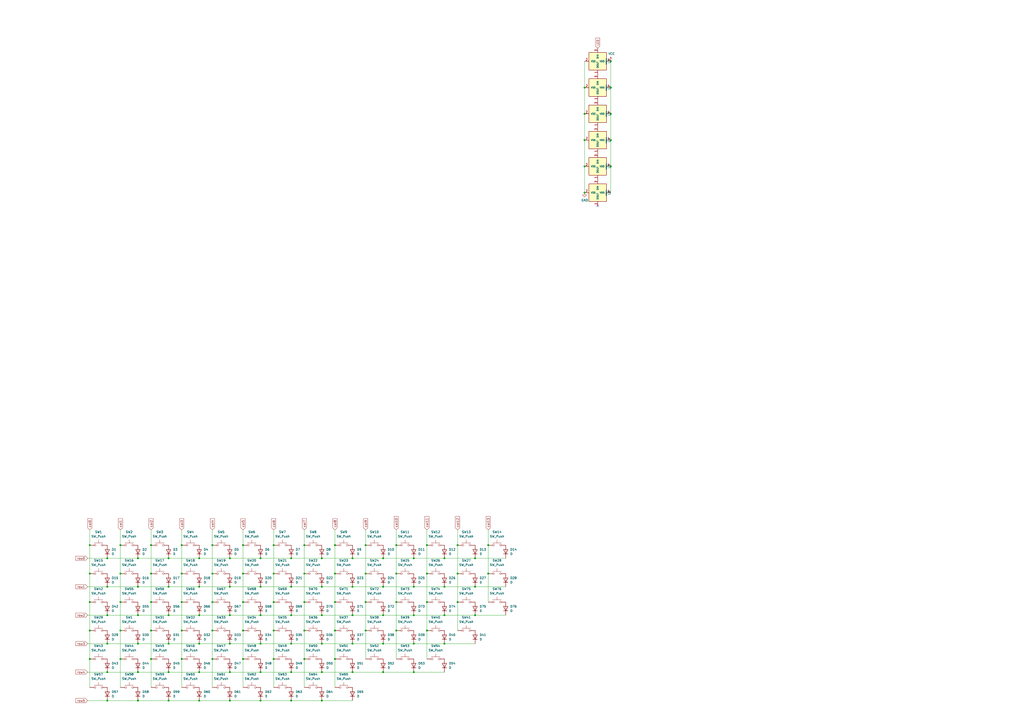
<source format=kicad_sch>
(kicad_sch (version 20250114) (generator "eeschema") (generator_version "9.0")
  (paper "A2")
  (junction (at 151.13 323.85))
  (junction (at 247.65 365.76))
  (junction (at 52.07 382.27))
  (junction (at 186.69 323.85))
  (junction (at 186.69 389.89))
  (junction (at 62.23 340.36))
  (junction (at 354.33 96.52))
  (junction (at 151.13 389.89))
  (junction (at 62.23 323.85))
  (junction (at 123.19 382.27))
  (junction (at 229.87 349.25))
  (junction (at 240.03 389.89))
  (junction (at 176.53 365.76))
  (junction (at 265.43 349.25))
  (junction (at 105.41 332.74))
  (junction (at 257.81 373.38))
  (junction (at 168.91 373.38))
  (junction (at 194.31 316.23))
  (junction (at 52.07 349.25))
  (junction (at 62.23 406.4))
  (junction (at 151.13 356.87))
  (junction (at 87.63 382.27))
  (junction (at 194.31 349.25))
  (junction (at 69.85 382.27))
  (junction (at 115.57 323.85))
  (junction (at 87.63 365.76))
  (junction (at 283.21 332.74))
  (junction (at 140.97 332.74))
  (junction (at 80.01 340.36))
  (junction (at 186.69 373.38))
  (junction (at 186.69 340.36))
  (junction (at 176.53 382.27))
  (junction (at 97.79 389.89))
  (junction (at 168.91 356.87))
  (junction (at 133.35 356.87))
  (junction (at 158.75 382.27))
  (junction (at 123.19 349.25))
  (junction (at 123.19 332.74))
  (junction (at 97.79 356.87))
  (junction (at 123.19 365.76))
  (junction (at 176.53 332.74))
  (junction (at 354.33 35.56))
  (junction (at 339.09 96.52))
  (junction (at 247.65 349.25))
  (junction (at 212.09 332.74))
  (junction (at 257.81 323.85))
  (junction (at 80.01 389.89))
  (junction (at 87.63 349.25))
  (junction (at 354.33 81.28))
  (junction (at 339.09 50.8))
  (junction (at 212.09 365.76))
  (junction (at 151.13 340.36))
  (junction (at 257.81 340.36))
  (junction (at 115.57 406.4))
  (junction (at 339.09 111.76))
  (junction (at 62.23 356.87))
  (junction (at 265.43 316.23))
  (junction (at 212.09 316.23))
  (junction (at 62.23 389.89))
  (junction (at 133.35 389.89))
  (junction (at 257.81 356.87))
  (junction (at 168.91 389.89))
  (junction (at 69.85 332.74))
  (junction (at 168.91 323.85))
  (junction (at 97.79 373.38))
  (junction (at 87.63 316.23))
  (junction (at 133.35 373.38))
  (junction (at 69.85 349.25))
  (junction (at 265.43 332.74))
  (junction (at 176.53 316.23))
  (junction (at 140.97 382.27))
  (junction (at 229.87 365.76))
  (junction (at 123.19 316.23))
  (junction (at 105.41 365.76))
  (junction (at 186.69 356.87))
  (junction (at 204.47 373.38))
  (junction (at 247.65 332.74))
  (junction (at 222.25 389.89))
  (junction (at 168.91 340.36))
  (junction (at 69.85 316.23))
  (junction (at 133.35 340.36))
  (junction (at 52.07 332.74))
  (junction (at 240.03 340.36))
  (junction (at 62.23 373.38))
  (junction (at 52.07 365.76))
  (junction (at 133.35 406.4))
  (junction (at 80.01 373.38))
  (junction (at 97.79 406.4))
  (junction (at 222.25 356.87))
  (junction (at 80.01 356.87))
  (junction (at 158.75 316.23))
  (junction (at 105.41 382.27))
  (junction (at 194.31 382.27))
  (junction (at 158.75 349.25))
  (junction (at 80.01 406.4))
  (junction (at 105.41 316.23))
  (junction (at 354.33 50.8))
  (junction (at 240.03 323.85))
  (junction (at 115.57 356.87))
  (junction (at 115.57 373.38))
  (junction (at 339.09 66.04))
  (junction (at 339.09 81.28))
  (junction (at 158.75 365.76))
  (junction (at 229.87 332.74))
  (junction (at 222.25 373.38))
  (junction (at 204.47 340.36))
  (junction (at 69.85 365.76))
  (junction (at 240.03 373.38))
  (junction (at 229.87 316.23))
  (junction (at 222.25 340.36))
  (junction (at 140.97 316.23))
  (junction (at 80.01 323.85))
  (junction (at 275.59 340.36))
  (junction (at 158.75 332.74))
  (junction (at 283.21 316.23))
  (junction (at 204.47 323.85))
  (junction (at 97.79 323.85))
  (junction (at 204.47 389.89))
  (junction (at 52.07 316.23))
  (junction (at 140.97 365.76))
  (junction (at 151.13 373.38))
  (junction (at 176.53 349.25))
  (junction (at 133.35 323.85))
  (junction (at 222.25 323.85))
  (junction (at 140.97 349.25))
  (junction (at 354.33 66.04))
  (junction (at 87.63 332.74))
  (junction (at 168.91 406.4))
  (junction (at 240.03 356.87))
  (junction (at 151.13 406.4))
  (junction (at 204.47 356.87))
  (junction (at 186.69 406.4))
  (junction (at 247.65 316.23))
  (junction (at 194.31 365.76))
  (junction (at 115.57 340.36))
  (junction (at 212.09 349.25))
  (junction (at 97.79 340.36))
  (junction (at 115.57 389.89))
  (junction (at 275.59 356.87))
  (junction (at 194.31 332.74))
  (junction (at 275.59 323.85))
  (junction (at 105.41 349.25))
  (no_connect (at 346.71 119.38))
  (wire (pts (xy 115.57 373.38) (xy 133.35 373.38)))
  (wire (pts (xy 240.03 323.85) (xy 257.81 323.85)))
  (wire (pts (xy 283.21 316.23) (xy 283.21 332.74)))
  (wire (pts (xy 105.41 349.25) (xy 105.41 365.76)))
  (wire (pts (xy 80.01 389.89) (xy 97.79 389.89)))
  (wire (pts (xy 133.35 356.87) (xy 151.13 356.87)))
  (wire (pts (xy 69.85 332.74) (xy 69.85 349.25)))
  (wire (pts (xy 194.31 382.27) (xy 194.31 398.78)))
  (wire (pts (xy 247.65 332.74) (xy 247.65 349.25)))
  (wire (pts (xy 97.79 373.38) (xy 115.57 373.38)))
  (wire (pts (xy 194.31 332.74) (xy 194.31 349.25)))
  (wire (pts (xy 339.09 81.28) (xy 339.09 96.52)))
  (wire (pts (xy 194.31 307.34) (xy 194.31 316.23)))
  (wire (pts (xy 222.25 356.87) (xy 240.03 356.87)))
  (wire (pts (xy 69.85 349.25) (xy 69.85 365.76)))
  (wire (pts (xy 52.07 365.76) (xy 52.07 382.27)))
  (wire (pts (xy 247.65 307.34) (xy 247.65 316.23)))
  (wire (pts (xy 229.87 332.74) (xy 229.87 349.25)))
  (wire (pts (xy 123.19 316.23) (xy 123.19 332.74)))
  (wire (pts (xy 50.8 340.36) (xy 62.23 340.36)))
  (wire (pts (xy 247.65 349.25) (xy 247.65 365.76)))
  (wire (pts (xy 115.57 340.36) (xy 133.35 340.36)))
  (wire (pts (xy 240.03 340.36) (xy 257.81 340.36)))
  (wire (pts (xy 97.79 340.36) (xy 115.57 340.36)))
  (wire (pts (xy 229.87 307.34) (xy 229.87 316.23)))
  (wire (pts (xy 186.69 340.36) (xy 204.47 340.36)))
  (wire (pts (xy 283.21 332.74) (xy 283.21 349.25)))
  (wire (pts (xy 222.25 389.89) (xy 240.03 389.89)))
  (wire (pts (xy 354.33 66.04) (xy 354.33 81.28)))
  (wire (pts (xy 265.43 332.74) (xy 265.43 349.25)))
  (wire (pts (xy 140.97 307.34) (xy 140.97 316.23)))
  (wire (pts (xy 194.31 316.23) (xy 194.31 332.74)))
  (wire (pts (xy 257.81 340.36) (xy 275.59 340.36)))
  (wire (pts (xy 222.25 373.38) (xy 240.03 373.38)))
  (wire (pts (xy 151.13 340.36) (xy 168.91 340.36)))
  (wire (pts (xy 97.79 356.87) (xy 115.57 356.87)))
  (wire (pts (xy 212.09 365.76) (xy 212.09 382.27)))
  (wire (pts (xy 354.33 50.8) (xy 354.33 66.04)))
  (wire (pts (xy 247.65 316.23) (xy 247.65 332.74)))
  (wire (pts (xy 87.63 349.25) (xy 87.63 365.76)))
  (wire (pts (xy 69.85 382.27) (xy 69.85 398.78)))
  (wire (pts (xy 105.41 332.74) (xy 105.41 349.25)))
  (wire (pts (xy 140.97 316.23) (xy 140.97 332.74)))
  (wire (pts (xy 115.57 356.87) (xy 133.35 356.87)))
  (wire (pts (xy 222.25 323.85) (xy 240.03 323.85)))
  (wire (pts (xy 257.81 323.85) (xy 275.59 323.85)))
  (wire (pts (xy 257.81 356.87) (xy 275.59 356.87)))
  (wire (pts (xy 62.23 323.85) (xy 80.01 323.85)))
  (wire (pts (xy 52.07 307.34) (xy 52.07 316.23)))
  (wire (pts (xy 168.91 389.89) (xy 186.69 389.89)))
  (wire (pts (xy 176.53 365.76) (xy 176.53 382.27)))
  (wire (pts (xy 62.23 323.85) (xy 50.8 323.85)))
  (wire (pts (xy 176.53 316.23) (xy 176.53 332.74)))
  (wire (pts (xy 69.85 307.34) (xy 69.85 316.23)))
  (wire (pts (xy 123.19 349.25) (xy 123.19 365.76)))
  (wire (pts (xy 80.01 356.87) (xy 97.79 356.87)))
  (wire (pts (xy 52.07 349.25) (xy 52.07 365.76)))
  (wire (pts (xy 194.31 365.76) (xy 194.31 382.27)))
  (wire (pts (xy 97.79 389.89) (xy 115.57 389.89)))
  (wire (pts (xy 105.41 365.76) (xy 105.41 382.27)))
  (wire (pts (xy 168.91 340.36) (xy 186.69 340.36)))
  (wire (pts (xy 80.01 323.85) (xy 97.79 323.85)))
  (wire (pts (xy 151.13 389.89) (xy 168.91 389.89)))
  (wire (pts (xy 229.87 349.25) (xy 229.87 365.76)))
  (wire (pts (xy 133.35 340.36) (xy 151.13 340.36)))
  (wire (pts (xy 140.97 332.74) (xy 140.97 349.25)))
  (wire (pts (xy 62.23 389.89) (xy 80.01 389.89)))
  (wire (pts (xy 354.33 96.52) (xy 354.33 111.76)))
  (wire (pts (xy 354.33 81.28) (xy 354.33 96.52)))
  (wire (pts (xy 97.79 323.85) (xy 115.57 323.85)))
  (wire (pts (xy 265.43 349.25) (xy 265.43 365.76)))
  (wire (pts (xy 50.8 389.89) (xy 62.23 389.89)))
  (wire (pts (xy 50.8 406.4) (xy 62.23 406.4)))
  (wire (pts (xy 105.41 307.34) (xy 105.41 316.23)))
  (wire (pts (xy 186.69 406.4) (xy 204.47 406.4)))
  (wire (pts (xy 133.35 406.4) (xy 151.13 406.4)))
  (wire (pts (xy 275.59 340.36) (xy 293.37 340.36)))
  (wire (pts (xy 52.07 316.23) (xy 52.07 332.74)))
  (wire (pts (xy 186.69 389.89) (xy 204.47 389.89)))
  (wire (pts (xy 176.53 307.34) (xy 176.53 316.23)))
  (wire (pts (xy 62.23 356.87) (xy 80.01 356.87)))
  (wire (pts (xy 339.09 50.8) (xy 339.09 66.04)))
  (wire (pts (xy 158.75 332.74) (xy 158.75 349.25)))
  (wire (pts (xy 69.85 316.23) (xy 69.85 332.74)))
  (wire (pts (xy 80.01 406.4) (xy 97.79 406.4)))
  (wire (pts (xy 115.57 406.4) (xy 133.35 406.4)))
  (wire (pts (xy 140.97 382.27) (xy 140.97 398.78)))
  (wire (pts (xy 50.8 373.38) (xy 62.23 373.38)))
  (wire (pts (xy 265.43 307.34) (xy 265.43 316.23)))
  (wire (pts (xy 240.03 389.89) (xy 257.81 389.89)))
  (wire (pts (xy 87.63 332.74) (xy 87.63 349.25)))
  (wire (pts (xy 140.97 365.76) (xy 140.97 382.27)))
  (wire (pts (xy 158.75 307.34) (xy 158.75 316.23)))
  (wire (pts (xy 176.53 332.74) (xy 176.53 349.25)))
  (wire (pts (xy 123.19 307.34) (xy 123.19 316.23)))
  (wire (pts (xy 80.01 373.38) (xy 97.79 373.38)))
  (wire (pts (xy 87.63 307.34) (xy 87.63 316.23)))
  (wire (pts (xy 52.07 382.27) (xy 52.07 398.78)))
  (wire (pts (xy 204.47 356.87) (xy 222.25 356.87)))
  (wire (pts (xy 151.13 406.4) (xy 168.91 406.4)))
  (wire (pts (xy 339.09 96.52) (xy 339.09 111.76)))
  (wire (pts (xy 62.23 406.4) (xy 80.01 406.4)))
  (wire (pts (xy 339.09 66.04) (xy 339.09 81.28)))
  (wire (pts (xy 123.19 365.76) (xy 123.19 382.27)))
  (wire (pts (xy 115.57 389.89) (xy 133.35 389.89)))
  (wire (pts (xy 87.63 365.76) (xy 87.63 382.27)))
  (wire (pts (xy 265.43 316.23) (xy 265.43 332.74)))
  (wire (pts (xy 87.63 316.23) (xy 87.63 332.74)))
  (wire (pts (xy 133.35 323.85) (xy 151.13 323.85)))
  (wire (pts (xy 168.91 373.38) (xy 186.69 373.38)))
  (wire (pts (xy 204.47 389.89) (xy 222.25 389.89)))
  (wire (pts (xy 275.59 323.85) (xy 293.37 323.85)))
  (wire (pts (xy 105.41 382.27) (xy 105.41 398.78)))
  (wire (pts (xy 158.75 382.27) (xy 158.75 398.78)))
  (wire (pts (xy 204.47 373.38) (xy 222.25 373.38)))
  (wire (pts (xy 105.41 316.23) (xy 105.41 332.74)))
  (wire (pts (xy 158.75 365.76) (xy 158.75 382.27)))
  (wire (pts (xy 69.85 365.76) (xy 69.85 382.27)))
  (wire (pts (xy 133.35 373.38) (xy 151.13 373.38)))
  (wire (pts (xy 158.75 316.23) (xy 158.75 332.74)))
  (wire (pts (xy 186.69 356.87) (xy 204.47 356.87)))
  (wire (pts (xy 212.09 316.23) (xy 212.09 332.74)))
  (wire (pts (xy 229.87 365.76) (xy 229.87 382.27)))
  (wire (pts (xy 194.31 349.25) (xy 194.31 365.76)))
  (wire (pts (xy 212.09 349.25) (xy 212.09 365.76)))
  (wire (pts (xy 257.81 373.38) (xy 275.59 373.38)))
  (wire (pts (xy 168.91 356.87) (xy 186.69 356.87)))
  (wire (pts (xy 123.19 332.74) (xy 123.19 349.25)))
  (wire (pts (xy 115.57 323.85) (xy 133.35 323.85)))
  (wire (pts (xy 168.91 323.85) (xy 186.69 323.85)))
  (wire (pts (xy 222.25 340.36) (xy 240.03 340.36)))
  (wire (pts (xy 62.23 340.36) (xy 80.01 340.36)))
  (wire (pts (xy 133.35 389.89) (xy 151.13 389.89)))
  (wire (pts (xy 97.79 406.4) (xy 115.57 406.4)))
  (wire (pts (xy 275.59 356.87) (xy 293.37 356.87)))
  (wire (pts (xy 240.03 356.87) (xy 257.81 356.87)))
  (wire (pts (xy 212.09 332.74) (xy 212.09 349.25)))
  (wire (pts (xy 123.19 382.27) (xy 123.19 398.78)))
  (wire (pts (xy 52.07 332.74) (xy 52.07 349.25)))
  (wire (pts (xy 62.23 373.38) (xy 80.01 373.38)))
  (wire (pts (xy 176.53 382.27) (xy 176.53 398.78)))
  (wire (pts (xy 151.13 323.85) (xy 168.91 323.85)))
  (wire (pts (xy 354.33 35.56) (xy 354.33 50.8)))
  (wire (pts (xy 204.47 340.36) (xy 222.25 340.36)))
  (wire (pts (xy 80.01 340.36) (xy 97.79 340.36)))
  (wire (pts (xy 50.8 356.87) (xy 62.23 356.87)))
  (wire (pts (xy 186.69 323.85) (xy 204.47 323.85)))
  (wire (pts (xy 176.53 349.25) (xy 176.53 365.76)))
  (wire (pts (xy 229.87 316.23) (xy 229.87 332.74)))
  (wire (pts (xy 212.09 307.34) (xy 212.09 316.23)))
  (wire (pts (xy 87.63 382.27) (xy 87.63 398.78)))
  (wire (pts (xy 168.91 406.4) (xy 186.69 406.4)))
  (wire (pts (xy 339.09 35.56) (xy 339.09 50.8)))
  (wire (pts (xy 151.13 356.87) (xy 168.91 356.87)))
  (wire (pts (xy 204.47 323.85) (xy 222.25 323.85)))
  (wire (pts (xy 158.75 349.25) (xy 158.75 365.76)))
  (wire (pts (xy 240.03 373.38) (xy 257.81 373.38)))
  (wire (pts (xy 283.21 307.34) (xy 283.21 316.23)))
  (wire (pts (xy 247.65 365.76) (xy 247.65 382.27)))
  (wire (pts (xy 186.69 373.38) (xy 204.47 373.38)))
  (wire (pts (xy 151.13 373.38) (xy 168.91 373.38)))
  (wire (pts (xy 140.97 349.25) (xy 140.97 365.76)))
  (global_label "col2" (shape input) (at 87.63 307.34 90) (property "Intersheetrefs" "${INTERSHEET_REFS}" (effects (hide yes))))
  (global_label "col11" (shape input) (at 247.65 307.34 90) (property "Intersheetrefs" "${INTERSHEET_REFS}" (effects (hide yes))))
  (global_label "row3" (shape input) (at 50.8 373.38 180) (property "Intersheetrefs" "${INTERSHEET_REFS}" (effects (hide yes))))
  (global_label "col0" (shape input) (at 52.07 307.34 90) (property "Intersheetrefs" "${INTERSHEET_REFS}" (effects (hide yes))))
  (global_label "col3" (shape input) (at 105.41 307.34 90) (property "Intersheetrefs" "${INTERSHEET_REFS}" (effects (hide yes))))
  (global_label "col1" (shape input) (at 69.85 307.34 90) (property "Intersheetrefs" "${INTERSHEET_REFS}" (effects (hide yes))))
  (global_label "col13" (shape input) (at 283.21 307.34 90) (property "Intersheetrefs" "${INTERSHEET_REFS}" (effects (hide yes))))
  (global_label "col5" (shape input) (at 140.97 307.34 90) (property "Intersheetrefs" "${INTERSHEET_REFS}" (effects (hide yes))))
  (global_label "col10" (shape input) (at 229.87 307.34 90) (property "Intersheetrefs" "${INTERSHEET_REFS}" (effects (hide yes))))
  (global_label "col8" (shape input) (at 194.31 307.34 90) (property "Intersheetrefs" "${INTERSHEET_REFS}" (effects (hide yes))))
  (global_label "col7" (shape input) (at 176.53 307.34 90) (property "Intersheetrefs" "${INTERSHEET_REFS}" (effects (hide yes))))
  (global_label "col9" (shape input) (at 212.09 307.34 90) (property "Intersheetrefs" "${INTERSHEET_REFS}" (effects (hide yes))))
  (global_label "row5" (shape input) (at 50.8 406.4 180) (property "Intersheetrefs" "${INTERSHEET_REFS}" (effects (hide yes))))
  (global_label "row0" (shape input) (at 50.8 323.85 180) (property "Intersheetrefs" "${INTERSHEET_REFS}" (effects (hide yes))))
  (global_label "row2" (shape input) (at 50.8 356.87 180) (property "Intersheetrefs" "${INTERSHEET_REFS}" (effects (hide yes))))
  (global_label "row1" (shape input) (at 50.8 340.36 180) (property "Intersheetrefs" "${INTERSHEET_REFS}" (effects (hide yes))))
  (global_label "col4" (shape input) (at 123.19 307.34 90) (property "Intersheetrefs" "${INTERSHEET_REFS}" (effects (hide yes))))
  (global_label "col12" (shape input) (at 265.43 307.34 90) (property "Intersheetrefs" "${INTERSHEET_REFS}" (effects (hide yes))))
  (global_label "row4" (shape input) (at 50.8 389.89 180) (property "Intersheetrefs" "${INTERSHEET_REFS}" (effects (hide yes))))
  (global_label "LED" (shape input) (at 346.71 27.94 90) (property "Intersheetrefs" "${INTERSHEET_REFS}" (effects (hide yes))))
  (global_label "col6" (shape input) (at 158.75 307.34 90) (property "Intersheetrefs" "${INTERSHEET_REFS}" (effects (hide yes))))
  (symbol (lib_id "power:GND") (at 339.09 111.76 0) (unit 1)
    (property "Reference" "#PWR02" (effects (hide yes)))
    (property "Value" "GND" (at 339.217 116.1542 0))
  )
  (symbol (lib_id "power:VCC") (at 354.33 35.56 0) (unit 1)
    (property "Reference" "#PWR03" (effects (hide yes)))
    (property "Value" "VCC" (at 354.7618 31.1658 0))
  )
  (symbol (lib_id "Salicylic_kbd:LED_SK6812MINI-E") (at 346.71 35.56 270) (unit 1)
    (property "Reference" "L1" (at 353.3648 35.56 0) (effects (font (size 1.2954 1.2954))))
    (property "Value" "SK6812MINI" (at 351.7138 35.56 0) (effects (font (size 0.4064 0.4064))))
    (property "Footprint" "kbd_Parts:LED_SK6812MINI-E_BL" (effects (hide yes)))
  )
  (symbol (lib_id "Device:D") (at 257.81 369.57 90) (unit 1)
    (property "Reference" "D40" (at 260.35 368.2999 90) (effects (justify right)))
    (property "Value" "D" (at 260.35 370.8399 90) (effects (justify right)))
    (property "Description" "Diode" (effects (hide yes)))
    (property "Sim.Device" "D" (effects (hide yes)))
    (property "Sim.Pins" "1=K 2=A" (effects (hide yes)))
  )
  (symbol (lib_id "Switch:SW_Push") (at 181.61 365.76 0) (unit 1)
    (property "Reference" "SW36" (at 181.61 358.14 0))
    (property "Value" "SW_Push" (at 181.61 360.68 0))
    (property "Description" "Push button switch, generic, two pins" (effects (hide yes)))
  )
  (symbol (lib_id "Device:D") (at 204.47 320.04 90) (unit 1)
    (property "Reference" "D9" (at 207.01 318.7699 90) (effects (justify right)))
    (property "Value" "D" (at 207.01 321.3099 90) (effects (justify right)))
    (property "Description" "Diode" (effects (hide yes)))
    (property "Sim.Device" "D" (effects (hide yes)))
    (property "Sim.Pins" "1=K 2=A" (effects (hide yes)))
  )
  (symbol (lib_id "Switch:SW_Push") (at 252.73 332.74 0) (unit 1)
    (property "Reference" "SW26" (at 252.73 325.12 0))
    (property "Value" "SW_Push" (at 252.73 327.66 0))
    (property "Description" "Push button switch, generic, two pins" (effects (hide yes)))
  )
  (symbol (lib_id "Device:D") (at 240.03 320.04 90) (unit 1)
    (property "Reference" "D11" (at 242.57 318.7699 90) (effects (justify right)))
    (property "Value" "D" (at 242.57 321.3099 90) (effects (justify right)))
    (property "Description" "Diode" (effects (hide yes)))
    (property "Sim.Device" "D" (effects (hide yes)))
    (property "Sim.Pins" "1=K 2=A" (effects (hide yes)))
  )
  (symbol (lib_id "Device:D") (at 115.57 369.57 90) (unit 1)
    (property "Reference" "D32" (at 118.11 368.2999 90) (effects (justify right)))
    (property "Value" "D" (at 118.11 370.8399 90) (effects (justify right)))
    (property "Description" "Diode" (effects (hide yes)))
    (property "Sim.Device" "D" (effects (hide yes)))
    (property "Sim.Pins" "1=K 2=A" (effects (hide yes)))
  )
  (symbol (lib_id "Device:D") (at 222.25 320.04 90) (unit 1)
    (property "Reference" "D10" (at 224.79 318.7699 90) (effects (justify right)))
    (property "Value" "D" (at 224.79 321.3099 90) (effects (justify right)))
    (property "Description" "Diode" (effects (hide yes)))
    (property "Sim.Device" "D" (effects (hide yes)))
    (property "Sim.Pins" "1=K 2=A" (effects (hide yes)))
  )
  (symbol (lib_id "Switch:SW_Push") (at 234.95 349.25 0) (unit 1)
    (property "Reference" "SW73" (at 234.95 341.63 0))
    (property "Value" "SW_Push" (at 234.95 344.17 0))
    (property "Description" "Push button switch, generic, two pins" (effects (hide yes)))
  )
  (symbol (lib_id "Switch:SW_Push") (at 163.83 316.23 0) (unit 1)
    (property "Reference" "SW7" (at 163.83 308.61 0))
    (property "Value" "SW_Push" (at 163.83 311.15 0))
    (property "Description" "Push button switch, generic, two pins" (effects (hide yes)))
  )
  (symbol (lib_id "Switch:SW_Push") (at 181.61 349.25 0) (unit 1)
    (property "Reference" "SW70" (at 181.61 341.63 0))
    (property "Value" "SW_Push" (at 181.61 344.17 0))
    (property "Description" "Push button switch, generic, two pins" (effects (hide yes)))
  )
  (symbol (lib_id "Device:D") (at 168.91 402.59 90) (unit 1)
    (property "Reference" "D63" (at 171.45 401.3199 90) (effects (justify right)))
    (property "Value" "D" (at 171.45 403.8599 90) (effects (justify right)))
    (property "Description" "Diode" (effects (hide yes)))
    (property "Sim.Device" "D" (effects (hide yes)))
    (property "Sim.Pins" "1=K 2=A" (effects (hide yes)))
  )
  (symbol (lib_id "Device:D") (at 257.81 353.06 90) (unit 1)
    (property "Reference" "D74" (at 260.35 351.7899 90) (effects (justify right)))
    (property "Value" "D" (at 260.35 354.3299 90) (effects (justify right)))
    (property "Description" "Diode" (effects (hide yes)))
    (property "Sim.Device" "D" (effects (hide yes)))
    (property "Sim.Pins" "1=K 2=A" (effects (hide yes)))
  )
  (symbol (lib_id "Switch:SW_Push") (at 92.71 398.78 0) (unit 1)
    (property "Reference" "SW59" (at 92.71 391.16 0))
    (property "Value" "SW_Push" (at 92.71 393.7 0))
    (property "Description" "Push button switch, generic, two pins" (effects (hide yes)))
  )
  (symbol (lib_id "Switch:SW_Push") (at 234.95 332.74 0) (unit 1)
    (property "Reference" "SW25" (at 234.95 325.12 0))
    (property "Value" "SW_Push" (at 234.95 327.66 0))
    (property "Description" "Push button switch, generic, two pins" (effects (hide yes)))
  )
  (symbol (lib_id "Device:D") (at 151.13 386.08 90) (unit 1)
    (property "Reference" "D48" (at 153.67 384.8099 90) (effects (justify right)))
    (property "Value" "D" (at 153.67 387.3499 90) (effects (justify right)))
    (property "Description" "Diode" (effects (hide yes)))
    (property "Sim.Device" "D" (effects (hide yes)))
    (property "Sim.Pins" "1=K 2=A" (effects (hide yes)))
  )
  (symbol (lib_id "Device:D") (at 186.69 353.06 90) (unit 1)
    (property "Reference" "D70" (at 189.23 351.7899 90) (effects (justify right)))
    (property "Value" "D" (at 189.23 354.3299 90) (effects (justify right)))
    (property "Description" "Diode" (effects (hide yes)))
    (property "Sim.Device" "D" (effects (hide yes)))
    (property "Sim.Pins" "1=K 2=A" (effects (hide yes)))
  )
  (symbol (lib_id "Device:D") (at 186.69 386.08 90) (unit 1)
    (property "Reference" "D50" (at 189.23 384.8099 90) (effects (justify right)))
    (property "Value" "D" (at 189.23 387.3499 90) (effects (justify right)))
    (property "Description" "Diode" (effects (hide yes)))
    (property "Sim.Device" "D" (effects (hide yes)))
    (property "Sim.Pins" "1=K 2=A" (effects (hide yes)))
  )
  (symbol (lib_id "Switch:SW_Push") (at 217.17 332.74 0) (unit 1)
    (property "Reference" "SW24" (at 217.17 325.12 0))
    (property "Value" "SW_Push" (at 217.17 327.66 0))
    (property "Description" "Push button switch, generic, two pins" (effects (hide yes)))
  )
  (symbol (lib_id "Switch:SW_Push") (at 57.15 382.27 0) (unit 1)
    (property "Reference" "SW43" (at 57.15 374.65 0))
    (property "Value" "SW_Push" (at 57.15 377.19 0))
    (property "Description" "Push button switch, generic, two pins" (effects (hide yes)))
  )
  (symbol (lib_id "Switch:SW_Push") (at 128.27 332.74 0) (unit 1)
    (property "Reference" "SW19" (at 128.27 325.12 0))
    (property "Value" "SW_Push" (at 128.27 327.66 0))
    (property "Description" "Push button switch, generic, two pins" (effects (hide yes)))
  )
  (symbol (lib_id "Device:D") (at 62.23 386.08 90) (unit 1)
    (property "Reference" "D43" (at 64.77 384.8099 90) (effects (justify right)))
    (property "Value" "D" (at 64.77 387.3499 90) (effects (justify right)))
    (property "Description" "Diode" (effects (hide yes)))
    (property "Sim.Device" "D" (effects (hide yes)))
    (property "Sim.Pins" "1=K 2=A" (effects (hide yes)))
  )
  (symbol (lib_id "Device:D") (at 204.47 369.57 90) (unit 1)
    (property "Reference" "D37" (at 207.01 368.2999 90) (effects (justify right)))
    (property "Value" "D" (at 207.01 370.8399 90) (effects (justify right)))
    (property "Description" "Diode" (effects (hide yes)))
    (property "Sim.Device" "D" (effects (hide yes)))
    (property "Sim.Pins" "1=K 2=A" (effects (hide yes)))
  )
  (symbol (lib_id "Switch:SW_Push") (at 74.93 316.23 0) (unit 1)
    (property "Reference" "SW2" (at 74.93 308.61 0))
    (property "Value" "SW_Push" (at 74.93 311.15 0))
    (property "Description" "Push button switch, generic, two pins" (effects (hide yes)))
  )
  (symbol (lib_id "Switch:SW_Push") (at 57.15 349.25 0) (unit 1)
    (property "Reference" "SW42" (at 57.15 341.63 0))
    (property "Value" "SW_Push" (at 57.15 344.17 0))
    (property "Description" "Push button switch, generic, two pins" (effects (hide yes)))
  )
  (symbol (lib_id "Salicylic_kbd:LED_SK6812MINI-E") (at 346.71 96.52 270) (unit 1)
    (property "Reference" "L5" (at 353.3648 96.52 0) (effects (font (size 1.2954 1.2954))))
    (property "Value" "SK6812MINI" (at 351.7138 96.52 0) (effects (font (size 0.4064 0.4064))))
    (property "Footprint" "kbd_Parts:LED_SK6812MINI-E_BL" (effects (hide yes)))
  )
  (symbol (lib_id "Switch:SW_Push") (at 199.39 332.74 0) (unit 1)
    (property "Reference" "SW23" (at 199.39 325.12 0))
    (property "Value" "SW_Push" (at 199.39 327.66 0))
    (property "Description" "Push button switch, generic, two pins" (effects (hide yes)))
  )
  (symbol (lib_id "Device:D") (at 133.35 386.08 90) (unit 1)
    (property "Reference" "D47" (at 135.89 384.8099 90) (effects (justify right)))
    (property "Value" "D" (at 135.89 387.3499 90) (effects (justify right)))
    (property "Description" "Diode" (effects (hide yes)))
    (property "Sim.Device" "D" (effects (hide yes)))
    (property "Sim.Pins" "1=K 2=A" (effects (hide yes)))
  )
  (symbol (lib_id "Device:D") (at 80.01 402.59 90) (unit 1)
    (property "Reference" "D58" (at 82.55 401.3199 90) (effects (justify right)))
    (property "Value" "D" (at 82.55 403.8599 90) (effects (justify right)))
    (property "Description" "Diode" (effects (hide yes)))
    (property "Sim.Device" "D" (effects (hide yes)))
    (property "Sim.Pins" "1=K 2=A" (effects (hide yes)))
  )
  (symbol (lib_id "Device:D") (at 275.59 353.06 90) (unit 1)
    (property "Reference" "D75" (at 278.13 351.7899 90) (effects (justify right)))
    (property "Value" "D" (at 278.13 354.3299 90) (effects (justify right)))
    (property "Description" "Diode" (effects (hide yes)))
    (property "Sim.Device" "D" (effects (hide yes)))
    (property "Sim.Pins" "1=K 2=A" (effects (hide yes)))
  )
  (symbol (lib_id "Device:D") (at 115.57 386.08 90) (unit 1)
    (property "Reference" "D46" (at 118.11 384.8099 90) (effects (justify right)))
    (property "Value" "D" (at 118.11 387.3499 90) (effects (justify right)))
    (property "Description" "Diode" (effects (hide yes)))
    (property "Sim.Device" "D" (effects (hide yes)))
    (property "Sim.Pins" "1=K 2=A" (effects (hide yes)))
  )
  (symbol (lib_id "Switch:SW_Push") (at 146.05 365.76 0) (unit 1)
    (property "Reference" "SW34" (at 146.05 358.14 0))
    (property "Value" "SW_Push" (at 146.05 360.68 0))
    (property "Description" "Push button switch, generic, two pins" (effects (hide yes)))
  )
  (symbol (lib_id "Salicylic_kbd:LED_SK6812MINI-E") (at 346.71 81.28 270) (unit 1)
    (property "Reference" "L4" (at 353.3648 81.28 0) (effects (font (size 1.2954 1.2954))))
    (property "Value" "SK6812MINI" (at 351.7138 81.28 0) (effects (font (size 0.4064 0.4064))))
    (property "Footprint" "kbd_Parts:LED_SK6812MINI-E_BL" (effects (hide yes)))
  )
  (symbol (lib_id "Device:D") (at 168.91 336.55 90) (unit 1)
    (property "Reference" "D21" (at 171.45 335.2799 90) (effects (justify right)))
    (property "Value" "D" (at 171.45 337.8199 90) (effects (justify right)))
    (property "Description" "Diode" (effects (hide yes)))
    (property "Sim.Device" "D" (effects (hide yes)))
    (property "Sim.Pins" "1=K 2=A" (effects (hide yes)))
  )
  (symbol (lib_id "Switch:SW_Push") (at 92.71 365.76 0) (unit 1)
    (property "Reference" "SW31" (at 92.71 358.14 0))
    (property "Value" "SW_Push" (at 92.71 360.68 0))
    (property "Description" "Push button switch, generic, two pins" (effects (hide yes)))
  )
  (symbol (lib_id "Device:D") (at 115.57 336.55 90) (unit 1)
    (property "Reference" "D18" (at 118.11 335.2799 90) (effects (justify right)))
    (property "Value" "D" (at 118.11 337.8199 90) (effects (justify right)))
    (property "Description" "Diode" (effects (hide yes)))
    (property "Sim.Device" "D" (effects (hide yes)))
    (property "Sim.Pins" "1=K 2=A" (effects (hide yes)))
  )
  (symbol (lib_id "Salicylic_kbd:LED_SK6812MINI-E") (at 346.71 50.8 270) (unit 1)
    (property "Reference" "L2" (at 353.3648 50.8 0) (effects (font (size 1.2954 1.2954))))
    (property "Value" "SK6812MINI" (at 351.7138 50.8 0) (effects (font (size 0.4064 0.4064))))
    (property "Footprint" "kbd_Parts:LED_SK6812MINI-E_BL" (effects (hide yes)))
  )
  (symbol (lib_id "Switch:SW_Push") (at 234.95 382.27 0) (unit 1)
    (property "Reference" "SW53" (at 234.95 374.65 0))
    (property "Value" "SW_Push" (at 234.95 377.19 0))
    (property "Description" "Push button switch, generic, two pins" (effects (hide yes)))
  )
  (symbol (lib_id "Switch:SW_Push") (at 288.29 349.25 0) (unit 1)
    (property "Reference" "SW76" (at 288.29 341.63 0))
    (property "Value" "SW_Push" (at 288.29 344.17 0))
    (property "Description" "Push button switch, generic, two pins" (effects (hide yes)))
  )
  (symbol (lib_id "Device:D") (at 133.35 369.57 90) (unit 1)
    (property "Reference" "D33" (at 135.89 368.2999 90) (effects (justify right)))
    (property "Value" "D" (at 135.89 370.8399 90) (effects (justify right)))
    (property "Description" "Diode" (effects (hide yes)))
    (property "Sim.Device" "D" (effects (hide yes)))
    (property "Sim.Pins" "1=K 2=A" (effects (hide yes)))
  )
  (symbol (lib_id "Switch:SW_Push") (at 74.93 382.27 0) (unit 1)
    (property "Reference" "SW44" (at 74.93 374.65 0))
    (property "Value" "SW_Push" (at 74.93 377.19 0))
    (property "Description" "Push button switch, generic, two pins" (effects (hide yes)))
  )
  (symbol (lib_id "Device:D") (at 151.13 369.57 90) (unit 1)
    (property "Reference" "D34" (at 153.67 368.2999 90) (effects (justify right)))
    (property "Value" "D" (at 153.67 370.8399 90) (effects (justify right)))
    (property "Description" "Diode" (effects (hide yes)))
    (property "Sim.Device" "D" (effects (hide yes)))
    (property "Sim.Pins" "1=K 2=A" (effects (hide yes)))
  )
  (symbol (lib_id "Switch:SW_Push") (at 270.51 365.76 0) (unit 1)
    (property "Reference" "SW41" (at 270.51 358.14 0))
    (property "Value" "SW_Push" (at 270.51 360.68 0))
    (property "Description" "Push button switch, generic, two pins" (effects (hide yes)))
  )
  (symbol (lib_id "Switch:SW_Push") (at 270.51 316.23 0) (unit 1)
    (property "Reference" "SW13" (at 270.51 308.61 0))
    (property "Value" "SW_Push" (at 270.51 311.15 0))
    (property "Description" "Push button switch, generic, two pins" (effects (hide yes)))
  )
  (symbol (lib_id "Switch:SW_Push") (at 57.15 365.76 0) (unit 1)
    (property "Reference" "SW29" (at 57.15 358.14 0))
    (property "Value" "SW_Push" (at 57.15 360.68 0))
    (property "Description" "Push button switch, generic, two pins" (effects (hide yes)))
  )
  (symbol (lib_id "Switch:SW_Push") (at 181.61 316.23 0) (unit 1)
    (property "Reference" "SW8" (at 181.61 308.61 0))
    (property "Value" "SW_Push" (at 181.61 311.15 0))
    (property "Description" "Push button switch, generic, two pins" (effects (hide yes)))
  )
  (symbol (lib_id "Device:D") (at 80.01 386.08 90) (unit 1)
    (property "Reference" "D44" (at 82.55 384.8099 90) (effects (justify right)))
    (property "Value" "D" (at 82.55 387.3499 90) (effects (justify right)))
    (property "Description" "Diode" (effects (hide yes)))
    (property "Sim.Device" "D" (effects (hide yes)))
    (property "Sim.Pins" "1=K 2=A" (effects (hide yes)))
  )
  (symbol (lib_id "Device:D") (at 186.69 369.57 90) (unit 1)
    (property "Reference" "D36" (at 189.23 368.2999 90) (effects (justify right)))
    (property "Value" "D" (at 189.23 370.8399 90) (effects (justify right)))
    (property "Description" "Diode" (effects (hide yes)))
    (property "Sim.Device" "D" (effects (hide yes)))
    (property "Sim.Pins" "1=K 2=A" (effects (hide yes)))
  )
  (symbol (lib_id "Switch:SW_Push") (at 163.83 398.78 0) (unit 1)
    (property "Reference" "SW63" (at 163.83 391.16 0))
    (property "Value" "SW_Push" (at 163.83 393.7 0))
    (property "Description" "Push button switch, generic, two pins" (effects (hide yes)))
  )
  (symbol (lib_id "Device:D") (at 115.57 402.59 90) (unit 1)
    (property "Reference" "D60" (at 118.11 401.3199 90) (effects (justify right)))
    (property "Value" "D" (at 118.11 403.8599 90) (effects (justify right)))
    (property "Description" "Diode" (effects (hide yes)))
    (property "Sim.Device" "D" (effects (hide yes)))
    (property "Sim.Pins" "1=K 2=A" (effects (hide yes)))
  )
  (symbol (lib_id "Device:D") (at 240.03 353.06 90) (unit 1)
    (property "Reference" "D73" (at 242.57 351.7899 90) (effects (justify right)))
    (property "Value" "D" (at 242.57 354.3299 90) (effects (justify right)))
    (property "Description" "Diode" (effects (hide yes)))
    (property "Sim.Device" "D" (effects (hide yes)))
    (property "Sim.Pins" "1=K 2=A" (effects (hide yes)))
  )
  (symbol (lib_id "Switch:SW_Push") (at 110.49 316.23 0) (unit 1)
    (property "Reference" "SW4" (at 110.49 308.61 0))
    (property "Value" "SW_Push" (at 110.49 311.15 0))
    (property "Description" "Push button switch, generic, two pins" (effects (hide yes)))
  )
  (symbol (lib_id "Switch:SW_Push") (at 217.17 349.25 0) (unit 1)
    (property "Reference" "SW72" (at 217.17 341.63 0))
    (property "Value" "SW_Push" (at 217.17 344.17 0))
    (property "Description" "Push button switch, generic, two pins" (effects (hide yes)))
  )
  (symbol (lib_id "Device:D") (at 293.37 320.04 90) (unit 1)
    (property "Reference" "D14" (at 295.91 318.7699 90) (effects (justify right)))
    (property "Value" "D" (at 295.91 321.3099 90) (effects (justify right)))
    (property "Description" "Diode" (effects (hide yes)))
    (property "Sim.Device" "D" (effects (hide yes)))
    (property "Sim.Pins" "1=K 2=A" (effects (hide yes)))
  )
  (symbol (lib_id "Switch:SW_Push") (at 57.15 332.74 0) (unit 1)
    (property "Reference" "SW15" (at 57.15 325.12 0))
    (property "Value" "SW_Push" (at 57.15 327.66 0))
    (property "Description" "Push button switch, generic, two pins" (effects (hide yes)))
  )
  (symbol (lib_id "Device:D") (at 62.23 320.04 90) (unit 1)
    (property "Reference" "D1" (at 64.77 318.7699 90) (effects (justify right)))
    (property "Value" "D" (at 64.77 321.3099 90) (effects (justify right)))
    (property "Description" "Diode" (effects (hide yes)))
    (property "Sim.Device" "D" (effects (hide yes)))
    (property "Sim.Pins" "1=K 2=A" (effects (hide yes)))
  )
  (symbol (lib_id "Device:D") (at 97.79 353.06 90) (unit 1)
    (property "Reference" "D56" (at 100.33 351.7899 90) (effects (justify right)))
    (property "Value" "D" (at 100.33 354.3299 90) (effects (justify right)))
    (property "Description" "Diode" (effects (hide yes)))
    (property "Sim.Device" "D" (effects (hide yes)))
    (property "Sim.Pins" "1=K 2=A" (effects (hide yes)))
  )
  (symbol (lib_id "Device:D") (at 222.25 369.57 90) (unit 1)
    (property "Reference" "D38" (at 224.79 368.2999 90) (effects (justify right)))
    (property "Value" "D" (at 224.79 370.8399 90) (effects (justify right)))
    (property "Description" "Diode" (effects (hide yes)))
    (property "Sim.Device" "D" (effects (hide yes)))
    (property "Sim.Pins" "1=K 2=A" (effects (hide yes)))
  )
  (symbol (lib_id "Device:D") (at 186.69 402.59 90) (unit 1)
    (property "Reference" "D64" (at 189.23 401.3199 90) (effects (justify right)))
    (property "Value" "D" (at 189.23 403.8599 90) (effects (justify right)))
    (property "Description" "Diode" (effects (hide yes)))
    (property "Sim.Device" "D" (effects (hide yes)))
    (property "Sim.Pins" "1=K 2=A" (effects (hide yes)))
  )
  (symbol (lib_id "Switch:SW_Push") (at 128.27 365.76 0) (unit 1)
    (property "Reference" "SW33" (at 128.27 358.14 0))
    (property "Value" "SW_Push" (at 128.27 360.68 0))
    (property "Description" "Push button switch, generic, two pins" (effects (hide yes)))
  )
  (symbol (lib_id "Switch:SW_Push") (at 252.73 349.25 0) (unit 1)
    (property "Reference" "SW74" (at 252.73 341.63 0))
    (property "Value" "SW_Push" (at 252.73 344.17 0))
    (property "Description" "Push button switch, generic, two pins" (effects (hide yes)))
  )
  (symbol (lib_id "Switch:SW_Push") (at 217.17 316.23 0) (unit 1)
    (property "Reference" "SW10" (at 217.17 308.61 0))
    (property "Value" "SW_Push" (at 217.17 311.15 0))
    (property "Description" "Push button switch, generic, two pins" (effects (hide yes)))
  )
  (symbol (lib_id "Device:D") (at 168.91 320.04 90) (unit 1)
    (property "Reference" "D7" (at 171.45 318.7699 90) (effects (justify right)))
    (property "Value" "D" (at 171.45 321.3099 90) (effects (justify right)))
    (property "Description" "Diode" (effects (hide yes)))
    (property "Sim.Device" "D" (effects (hide yes)))
    (property "Sim.Pins" "1=K 2=A" (effects (hide yes)))
  )
  (symbol (lib_id "Switch:SW_Push") (at 288.29 316.23 0) (unit 1)
    (property "Reference" "SW14" (at 288.29 308.61 0))
    (property "Value" "SW_Push" (at 288.29 311.15 0))
    (property "Description" "Push button switch, generic, two pins" (effects (hide yes)))
  )
  (symbol (lib_id "Device:D") (at 168.91 369.57 90) (unit 1)
    (property "Reference" "D35" (at 171.45 368.2999 90) (effects (justify right)))
    (property "Value" "D" (at 171.45 370.8399 90) (effects (justify right)))
    (property "Description" "Diode" (effects (hide yes)))
    (property "Sim.Device" "D" (effects (hide yes)))
    (property "Sim.Pins" "1=K 2=A" (effects (hide yes)))
  )
  (symbol (lib_id "Device:D") (at 240.03 386.08 90) (unit 1)
    (property "Reference" "D53" (at 242.57 384.8099 90) (effects (justify right)))
    (property "Value" "D" (at 242.57 387.3499 90) (effects (justify right)))
    (property "Description" "Diode" (effects (hide yes)))
    (property "Sim.Device" "D" (effects (hide yes)))
    (property "Sim.Pins" "1=K 2=A" (effects (hide yes)))
  )
  (symbol (lib_id "Switch:SW_Push") (at 199.39 382.27 0) (unit 1)
    (property "Reference" "SW51" (at 199.39 374.65 0))
    (property "Value" "SW_Push" (at 199.39 377.19 0))
    (property "Description" "Push button switch, generic, two pins" (effects (hide yes)))
  )
  (symbol (lib_id "Switch:SW_Push") (at 181.61 332.74 0) (unit 1)
    (property "Reference" "SW22" (at 181.61 325.12 0))
    (property "Value" "SW_Push" (at 181.61 327.66 0))
    (property "Description" "Push button switch, generic, two pins" (effects (hide yes)))
  )
  (symbol (lib_id "Switch:SW_Push") (at 163.83 332.74 0) (unit 1)
    (property "Reference" "SW21" (at 163.83 325.12 0))
    (property "Value" "SW_Push" (at 163.83 327.66 0))
    (property "Description" "Push button switch, generic, two pins" (effects (hide yes)))
  )
  (symbol (lib_id "Switch:SW_Push") (at 270.51 349.25 0) (unit 1)
    (property "Reference" "SW75" (at 270.51 341.63 0))
    (property "Value" "SW_Push" (at 270.51 344.17 0))
    (property "Description" "Push button switch, generic, two pins" (effects (hide yes)))
  )
  (symbol (lib_id "Device:D") (at 168.91 353.06 90) (unit 1)
    (property "Reference" "D69" (at 171.45 351.7899 90) (effects (justify right)))
    (property "Value" "D" (at 171.45 354.3299 90) (effects (justify right)))
    (property "Description" "Diode" (effects (hide yes)))
    (property "Sim.Device" "D" (effects (hide yes)))
    (property "Sim.Pins" "1=K 2=A" (effects (hide yes)))
  )
  (symbol (lib_id "Salicylic_kbd:LED_SK6812MINI-E") (at 346.71 111.76 270) (unit 1)
    (property "Reference" "L6" (at 353.3648 111.76 0) (effects (font (size 1.2954 1.2954))))
    (property "Value" "SK6812MINI" (at 351.7138 111.76 0) (effects (font (size 0.4064 0.4064))))
    (property "Footprint" "kbd_Parts:LED_SK6812MINI-E_BL" (effects (hide yes)))
  )
  (symbol (lib_id "Switch:SW_Push") (at 110.49 365.76 0) (unit 1)
    (property "Reference" "SW32" (at 110.49 358.14 0))
    (property "Value" "SW_Push" (at 110.49 360.68 0))
    (property "Description" "Push button switch, generic, two pins" (effects (hide yes)))
  )
  (symbol (lib_id "Device:D") (at 186.69 336.55 90) (unit 1)
    (property "Reference" "D22" (at 189.23 335.2799 90) (effects (justify right)))
    (property "Value" "D" (at 189.23 337.8199 90) (effects (justify right)))
    (property "Description" "Diode" (effects (hide yes)))
    (property "Sim.Device" "D" (effects (hide yes)))
    (property "Sim.Pins" "1=K 2=A" (effects (hide yes)))
  )
  (symbol (lib_id "Switch:SW_Push") (at 217.17 382.27 0) (unit 1)
    (property "Reference" "SW52" (at 217.17 374.65 0))
    (property "Value" "SW_Push" (at 217.17 377.19 0))
    (property "Description" "Push button switch, generic, two pins" (effects (hide yes)))
  )
  (symbol (lib_id "Switch:SW_Push") (at 128.27 316.23 0) (unit 1)
    (property "Reference" "SW5" (at 128.27 308.61 0))
    (property "Value" "SW_Push" (at 128.27 311.15 0))
    (property "Description" "Push button switch, generic, two pins" (effects (hide yes)))
  )
  (symbol (lib_id "Device:D") (at 133.35 320.04 90) (unit 1)
    (property "Reference" "D5" (at 135.89 318.7699 90) (effects (justify right)))
    (property "Value" "D" (at 135.89 321.3099 90) (effects (justify right)))
    (property "Description" "Diode" (effects (hide yes)))
    (property "Sim.Device" "D" (effects (hide yes)))
    (property "Sim.Pins" "1=K 2=A" (effects (hide yes)))
  )
  (symbol (lib_id "Device:D") (at 133.35 353.06 90) (unit 1)
    (property "Reference" "D67" (at 135.89 351.7899 90) (effects (justify right)))
    (property "Value" "D" (at 135.89 354.3299 90) (effects (justify right)))
    (property "Description" "Diode" (effects (hide yes)))
    (property "Sim.Device" "D" (effects (hide yes)))
    (property "Sim.Pins" "1=K 2=A" (effects (hide yes)))
  )
  (symbol (lib_id "Device:D") (at 275.59 336.55 90) (unit 1)
    (property "Reference" "D27" (at 278.13 335.2799 90) (effects (justify right)))
    (property "Value" "D" (at 278.13 337.8199 90) (effects (justify right)))
    (property "Description" "Diode" (effects (hide yes)))
    (property "Sim.Device" "D" (effects (hide yes)))
    (property "Sim.Pins" "1=K 2=A" (effects (hide yes)))
  )
  (symbol (lib_id "Device:D") (at 293.37 353.06 90) (unit 1)
    (property "Reference" "D76" (at 295.91 351.7899 90) (effects (justify right)))
    (property "Value" "D" (at 295.91 354.3299 90) (effects (justify right)))
    (property "Description" "Diode" (effects (hide yes)))
    (property "Sim.Device" "D" (effects (hide yes)))
    (property "Sim.Pins" "1=K 2=A" (effects (hide yes)))
  )
  (symbol (lib_id "Switch:SW_Push") (at 146.05 316.23 0) (unit 1)
    (property "Reference" "SW6" (at 146.05 308.61 0))
    (property "Value" "SW_Push" (at 146.05 311.15 0))
    (property "Description" "Push button switch, generic, two pins" (effects (hide yes)))
  )
  (symbol (lib_id "Device:D") (at 257.81 386.08 90) (unit 1)
    (property "Reference" "D54" (at 260.35 384.8099 90) (effects (justify right)))
    (property "Value" "D" (at 260.35 387.3499 90) (effects (justify right)))
    (property "Description" "Diode" (effects (hide yes)))
    (property "Sim.Device" "D" (effects (hide yes)))
    (property "Sim.Pins" "1=K 2=A" (effects (hide yes)))
  )
  (symbol (lib_id "Device:D") (at 151.13 402.59 90) (unit 1)
    (property "Reference" "D62" (at 153.67 401.3199 90) (effects (justify right)))
    (property "Value" "D" (at 153.67 403.8599 90) (effects (justify right)))
    (property "Description" "Diode" (effects (hide yes)))
    (property "Sim.Device" "D" (effects (hide yes)))
    (property "Sim.Pins" "1=K 2=A" (effects (hide yes)))
  )
  (symbol (lib_id "Switch:SW_Push") (at 128.27 349.25 0) (unit 1)
    (property "Reference" "SW67" (at 128.27 341.63 0))
    (property "Value" "SW_Push" (at 128.27 344.17 0))
    (property "Description" "Push button switch, generic, two pins" (effects (hide yes)))
  )
  (symbol (lib_id "Device:D") (at 151.13 336.55 90) (unit 1)
    (property "Reference" "D20" (at 153.67 335.2799 90) (effects (justify right)))
    (property "Value" "D" (at 153.67 337.8199 90) (effects (justify right)))
    (property "Description" "Diode" (effects (hide yes)))
    (property "Sim.Device" "D" (effects (hide yes)))
    (property "Sim.Pins" "1=K 2=A" (effects (hide yes)))
  )
  (symbol (lib_id "Device:D") (at 222.25 336.55 90) (unit 1)
    (property "Reference" "D24" (at 224.79 335.2799 90) (effects (justify right)))
    (property "Value" "D" (at 224.79 337.8199 90) (effects (justify right)))
    (property "Description" "Diode" (effects (hide yes)))
    (property "Sim.Device" "D" (effects (hide yes)))
    (property "Sim.Pins" "1=K 2=A" (effects (hide yes)))
  )
  (symbol (lib_id "Device:D") (at 240.03 369.57 90) (unit 1)
    (property "Reference" "D39" (at 242.57 368.2999 90) (effects (justify right)))
    (property "Value" "D" (at 242.57 370.8399 90) (effects (justify right)))
    (property "Description" "Diode" (effects (hide yes)))
    (property "Sim.Device" "D" (effects (hide yes)))
    (property "Sim.Pins" "1=K 2=A" (effects (hide yes)))
  )
  (symbol (lib_id "Device:D") (at 204.47 402.59 90) (unit 1)
    (property "Reference" "D65" (at 207.01 401.3199 90) (effects (justify right)))
    (property "Value" "D" (at 207.01 403.8599 90) (effects (justify right)))
    (property "Description" "Diode" (effects (hide yes)))
    (property "Sim.Device" "D" (effects (hide yes)))
    (property "Sim.Pins" "1=K 2=A" (effects (hide yes)))
  )
  (symbol (lib_id "Switch:SW_Push") (at 146.05 349.25 0) (unit 1)
    (property "Reference" "SW68" (at 146.05 341.63 0))
    (property "Value" "SW_Push" (at 146.05 344.17 0))
    (property "Description" "Push button switch, generic, two pins" (effects (hide yes)))
  )
  (symbol (lib_id "Switch:SW_Push") (at 92.71 316.23 0) (unit 1)
    (property "Reference" "SW3" (at 92.71 308.61 0))
    (property "Value" "SW_Push" (at 92.71 311.15 0))
    (property "Description" "Push button switch, generic, two pins" (effects (hide yes)))
  )
  (symbol (lib_id "Switch:SW_Push") (at 199.39 349.25 0) (unit 1)
    (property "Reference" "SW71" (at 199.39 341.63 0))
    (property "Value" "SW_Push" (at 199.39 344.17 0))
    (property "Description" "Push button switch, generic, two pins" (effects (hide yes)))
  )
  (symbol (lib_id "Device:D") (at 275.59 320.04 90) (unit 1)
    (property "Reference" "D13" (at 278.13 318.7699 90) (effects (justify right)))
    (property "Value" "D" (at 278.13 321.3099 90) (effects (justify right)))
    (property "Description" "Diode" (effects (hide yes)))
    (property "Sim.Device" "D" (effects (hide yes)))
    (property "Sim.Pins" "1=K 2=A" (effects (hide yes)))
  )
  (symbol (lib_id "Device:D") (at 80.01 320.04 90) (unit 1)
    (property "Reference" "D2" (at 82.55 318.7699 90) (effects (justify right)))
    (property "Value" "D" (at 82.55 321.3099 90) (effects (justify right)))
    (property "Description" "Diode" (effects (hide yes)))
    (property "Sim.Device" "D" (effects (hide yes)))
    (property "Sim.Pins" "1=K 2=A" (effects (hide yes)))
  )
  (symbol (lib_id "Device:D") (at 80.01 336.55 90) (unit 1)
    (property "Reference" "D16" (at 82.55 335.2799 90) (effects (justify right)))
    (property "Value" "D" (at 82.55 337.8199 90) (effects (justify right)))
    (property "Description" "Diode" (effects (hide yes)))
    (property "Sim.Device" "D" (effects (hide yes)))
    (property "Sim.Pins" "1=K 2=A" (effects (hide yes)))
  )
  (symbol (lib_id "Salicylic_kbd:LED_SK6812MINI-E") (at 346.71 66.04 270) (unit 1)
    (property "Reference" "L3" (at 353.3648 66.04 0) (effects (font (size 1.2954 1.2954))))
    (property "Value" "SK6812MINI" (at 351.7138 66.04 0) (effects (font (size 0.4064 0.4064))))
    (property "Footprint" "kbd_Parts:LED_SK6812MINI-E_BL" (effects (hide yes)))
  )
  (symbol (lib_id "Switch:SW_Push") (at 57.15 316.23 0) (unit 1)
    (property "Reference" "SW1" (at 57.15 308.61 0))
    (property "Value" "SW_Push" (at 57.15 311.15 0))
    (property "Description" "Push button switch, generic, two pins" (effects (hide yes)))
  )
  (symbol (lib_id "Device:D") (at 222.25 353.06 90) (unit 1)
    (property "Reference" "D72" (at 224.79 351.7899 90) (effects (justify right)))
    (property "Value" "D" (at 224.79 354.3299 90) (effects (justify right)))
    (property "Description" "Diode" (effects (hide yes)))
    (property "Sim.Device" "D" (effects (hide yes)))
    (property "Sim.Pins" "1=K 2=A" (effects (hide yes)))
  )
  (symbol (lib_id "Device:D") (at 97.79 386.08 90) (unit 1)
    (property "Reference" "D45" (at 100.33 384.8099 90) (effects (justify right)))
    (property "Value" "D" (at 100.33 387.3499 90) (effects (justify right)))
    (property "Description" "Diode" (effects (hide yes)))
    (property "Sim.Device" "D" (effects (hide yes)))
    (property "Sim.Pins" "1=K 2=A" (effects (hide yes)))
  )
  (symbol (lib_id "Device:D") (at 204.47 386.08 90) (unit 1)
    (property "Reference" "D51" (at 207.01 384.8099 90) (effects (justify right)))
    (property "Value" "D" (at 207.01 387.3499 90) (effects (justify right)))
    (property "Description" "Diode" (effects (hide yes)))
    (property "Sim.Device" "D" (effects (hide yes)))
    (property "Sim.Pins" "1=K 2=A" (effects (hide yes)))
  )
  (symbol (lib_id "Device:D") (at 97.79 369.57 90) (unit 1)
    (property "Reference" "D31" (at 100.33 368.2999 90) (effects (justify right)))
    (property "Value" "D" (at 100.33 370.8399 90) (effects (justify right)))
    (property "Description" "Diode" (effects (hide yes)))
    (property "Sim.Device" "D" (effects (hide yes)))
    (property "Sim.Pins" "1=K 2=A" (effects (hide yes)))
  )
  (symbol (lib_id "Switch:SW_Push") (at 252.73 365.76 0) (unit 1)
    (property "Reference" "SW40" (at 252.73 358.14 0))
    (property "Value" "SW_Push" (at 252.73 360.68 0))
    (property "Description" "Push button switch, generic, two pins" (effects (hide yes)))
  )
  (symbol (lib_id "Switch:SW_Push") (at 181.61 382.27 0) (unit 1)
    (property "Reference" "SW50" (at 181.61 374.65 0))
    (property "Value" "SW_Push" (at 181.61 377.19 0))
    (property "Description" "Push button switch, generic, two pins" (effects (hide yes)))
  )
  (symbol (lib_id "Device:D") (at 168.91 386.08 90) (unit 1)
    (property "Reference" "D49" (at 171.45 384.8099 90) (effects (justify right)))
    (property "Value" "D" (at 171.45 387.3499 90) (effects (justify right)))
    (property "Description" "Diode" (effects (hide yes)))
    (property "Sim.Device" "D" (effects (hide yes)))
    (property "Sim.Pins" "1=K 2=A" (effects (hide yes)))
  )
  (symbol (lib_id "Device:D") (at 80.01 353.06 90) (unit 1)
    (property "Reference" "D55" (at 82.55 351.7899 90) (effects (justify right)))
    (property "Value" "D" (at 82.55 354.3299 90) (effects (justify right)))
    (property "Description" "Diode" (effects (hide yes)))
    (property "Sim.Device" "D" (effects (hide yes)))
    (property "Sim.Pins" "1=K 2=A" (effects (hide yes)))
  )
  (symbol (lib_id "Switch:SW_Push") (at 163.83 382.27 0) (unit 1)
    (property "Reference" "SW49" (at 163.83 374.65 0))
    (property "Value" "SW_Push" (at 163.83 377.19 0))
    (property "Description" "Push button switch, generic, two pins" (effects (hide yes)))
  )
  (symbol (lib_id "Device:D") (at 97.79 402.59 90) (unit 1)
    (property "Reference" "D59" (at 100.33 401.3199 90) (effects (justify right)))
    (property "Value" "D" (at 100.33 403.8599 90) (effects (justify right)))
    (property "Description" "Diode" (effects (hide yes)))
    (property "Sim.Device" "D" (effects (hide yes)))
    (property "Sim.Pins" "1=K 2=A" (effects (hide yes)))
  )
  (symbol (lib_id "Switch:SW_Push") (at 110.49 349.25 0) (unit 1)
    (property "Reference" "SW66" (at 110.49 341.63 0))
    (property "Value" "SW_Push" (at 110.49 344.17 0))
    (property "Description" "Push button switch, generic, two pins" (effects (hide yes)))
  )
  (symbol (lib_id "Device:D") (at 62.23 402.59 90) (unit 1)
    (property "Reference" "D57" (at 64.77 401.3199 90) (effects (justify right)))
    (property "Value" "D" (at 64.77 403.8599 90) (effects (justify right)))
    (property "Description" "Diode" (effects (hide yes)))
    (property "Sim.Device" "D" (effects (hide yes)))
    (property "Sim.Pins" "1=K 2=A" (effects (hide yes)))
  )
  (symbol (lib_id "Switch:SW_Push") (at 128.27 382.27 0) (unit 1)
    (property "Reference" "SW47" (at 128.27 374.65 0))
    (property "Value" "SW_Push" (at 128.27 377.19 0))
    (property "Description" "Push button switch, generic, two pins" (effects (hide yes)))
  )
  (symbol (lib_id "Switch:SW_Push") (at 92.71 349.25 0) (unit 1)
    (property "Reference" "SW56" (at 92.71 341.63 0))
    (property "Value" "SW_Push" (at 92.71 344.17 0))
    (property "Description" "Push button switch, generic, two pins" (effects (hide yes)))
  )
  (symbol (lib_id "Switch:SW_Push") (at 288.29 332.74 0) (unit 1)
    (property "Reference" "SW28" (at 288.29 325.12 0))
    (property "Value" "SW_Push" (at 288.29 327.66 0))
    (property "Description" "Push button switch, generic, two pins" (effects (hide yes)))
  )
  (symbol (lib_id "Device:D") (at 62.23 369.57 90) (unit 1)
    (property "Reference" "D29" (at 64.77 368.2999 90) (effects (justify right)))
    (property "Value" "D" (at 64.77 370.8399 90) (effects (justify right)))
    (property "Description" "Diode" (effects (hide yes)))
    (property "Sim.Device" "D" (effects (hide yes)))
    (property "Sim.Pins" "1=K 2=A" (effects (hide yes)))
  )
  (symbol (lib_id "Device:D") (at 293.37 336.55 90) (unit 1)
    (property "Reference" "D28" (at 295.91 335.2799 90) (effects (justify right)))
    (property "Value" "D" (at 295.91 337.8199 90) (effects (justify right)))
    (property "Description" "Diode" (effects (hide yes)))
    (property "Sim.Device" "D" (effects (hide yes)))
    (property "Sim.Pins" "1=K 2=A" (effects (hide yes)))
  )
  (symbol (lib_id "Switch:SW_Push") (at 217.17 365.76 0) (unit 1)
    (property "Reference" "SW38" (at 217.17 358.14 0))
    (property "Value" "SW_Push" (at 217.17 360.68 0))
    (property "Description" "Push button switch, generic, two pins" (effects (hide yes)))
  )
  (symbol (lib_id "Device:D") (at 186.69 320.04 90) (unit 1)
    (property "Reference" "D8" (at 189.23 318.7699 90) (effects (justify right)))
    (property "Value" "D" (at 189.23 321.3099 90) (effects (justify right)))
    (property "Description" "Diode" (effects (hide yes)))
    (property "Sim.Device" "D" (effects (hide yes)))
    (property "Sim.Pins" "1=K 2=A" (effects (hide yes)))
  )
  (symbol (lib_id "Switch:SW_Push") (at 74.93 349.25 0) (unit 1)
    (property "Reference" "SW55" (at 74.93 341.63 0))
    (property "Value" "SW_Push" (at 74.93 344.17 0))
    (property "Description" "Push button switch, generic, two pins" (effects (hide yes)))
  )
  (symbol (lib_id "Switch:SW_Push") (at 199.39 316.23 0) (unit 1)
    (property "Reference" "SW9" (at 199.39 308.61 0))
    (property "Value" "SW_Push" (at 199.39 311.15 0))
    (property "Description" "Push button switch, generic, two pins" (effects (hide yes)))
  )
  (symbol (lib_id "Device:D") (at 115.57 320.04 90) (unit 1)
    (property "Reference" "D4" (at 118.11 318.7699 90) (effects (justify right)))
    (property "Value" "D" (at 118.11 321.3099 90) (effects (justify right)))
    (property "Description" "Diode" (effects (hide yes)))
    (property "Sim.Device" "D" (effects (hide yes)))
    (property "Sim.Pins" "1=K 2=A" (effects (hide yes)))
  )
  (symbol (lib_id "Device:D") (at 97.79 320.04 90) (unit 1)
    (property "Reference" "D3" (at 100.33 318.7699 90) (effects (justify right)))
    (property "Value" "D" (at 100.33 321.3099 90) (effects (justify right)))
    (property "Description" "Diode" (effects (hide yes)))
    (property "Sim.Device" "D" (effects (hide yes)))
    (property "Sim.Pins" "1=K 2=A" (effects (hide yes)))
  )
  (symbol (lib_id "Device:D") (at 115.57 353.06 90) (unit 1)
    (property "Reference" "D66" (at 118.11 351.7899 90) (effects (justify right)))
    (property "Value" "D" (at 118.11 354.3299 90) (effects (justify right)))
    (property "Description" "Diode" (effects (hide yes)))
    (property "Sim.Device" "D" (effects (hide yes)))
    (property "Sim.Pins" "1=K 2=A" (effects (hide yes)))
  )
  (symbol (lib_id "Switch:SW_Push") (at 163.83 349.25 0) (unit 1)
    (property "Reference" "SW69" (at 163.83 341.63 0))
    (property "Value" "SW_Push" (at 163.83 344.17 0))
    (property "Description" "Push button switch, generic, two pins" (effects (hide yes)))
  )
  (symbol (lib_id "Device:D") (at 222.25 386.08 90) (unit 1)
    (property "Reference" "D52" (at 224.79 384.8099 90) (effects (justify right)))
    (property "Value" "D" (at 224.79 387.3499 90) (effects (justify right)))
    (property "Description" "Diode" (effects (hide yes)))
    (property "Sim.Device" "D" (effects (hide yes)))
    (property "Sim.Pins" "1=K 2=A" (effects (hide yes)))
  )
  (symbol (lib_id "Device:D") (at 204.47 353.06 90) (unit 1)
    (property "Reference" "D71" (at 207.01 351.7899 90) (effects (justify right)))
    (property "Value" "D" (at 207.01 354.3299 90) (effects (justify right)))
    (property "Description" "Diode" (effects (hide yes)))
    (property "Sim.Device" "D" (effects (hide yes)))
    (property "Sim.Pins" "1=K 2=A" (effects (hide yes)))
  )
  (symbol (lib_id "Switch:SW_Push") (at 181.61 398.78 0) (unit 1)
    (property "Reference" "SW64" (at 181.61 391.16 0))
    (property "Value" "SW_Push" (at 181.61 393.7 0))
    (property "Description" "Push button switch, generic, two pins" (effects (hide yes)))
  )
  (symbol (lib_id "Device:D") (at 257.81 320.04 90) (unit 1)
    (property "Reference" "D12" (at 260.35 318.7699 90) (effects (justify right)))
    (property "Value" "D" (at 260.35 321.3099 90) (effects (justify right)))
    (property "Description" "Diode" (effects (hide yes)))
    (property "Sim.Device" "D" (effects (hide yes)))
    (property "Sim.Pins" "1=K 2=A" (effects (hide yes)))
  )
  (symbol (lib_id "Device:D") (at 133.35 336.55 90) (unit 1)
    (property "Reference" "D19" (at 135.89 335.2799 90) (effects (justify right)))
    (property "Value" "D" (at 135.89 337.8199 90) (effects (justify right)))
    (property "Description" "Diode" (effects (hide yes)))
    (property "Sim.Device" "D" (effects (hide yes)))
    (property "Sim.Pins" "1=K 2=A" (effects (hide yes)))
  )
  (symbol (lib_id "Switch:SW_Push") (at 234.95 365.76 0) (unit 1)
    (property "Reference" "SW39" (at 234.95 358.14 0))
    (property "Value" "SW_Push" (at 234.95 360.68 0))
    (property "Description" "Push button switch, generic, two pins" (effects (hide yes)))
  )
  (symbol (lib_id "Switch:SW_Push") (at 92.71 382.27 0) (unit 1)
    (property "Reference" "SW45" (at 92.71 374.65 0))
    (property "Value" "SW_Push" (at 92.71 377.19 0))
    (property "Description" "Push button switch, generic, two pins" (effects (hide yes)))
  )
  (symbol (lib_id "Switch:SW_Push") (at 110.49 398.78 0) (unit 1)
    (property "Reference" "SW60" (at 110.49 391.16 0))
    (property "Value" "SW_Push" (at 110.49 393.7 0))
    (property "Description" "Push button switch, generic, two pins" (effects (hide yes)))
  )
  (symbol (lib_id "Switch:SW_Push") (at 146.05 332.74 0) (unit 1)
    (property "Reference" "SW20" (at 146.05 325.12 0))
    (property "Value" "SW_Push" (at 146.05 327.66 0))
    (property "Description" "Push button switch, generic, two pins" (effects (hide yes)))
  )
  (symbol (lib_id "Switch:SW_Push") (at 163.83 365.76 0) (unit 1)
    (property "Reference" "SW35" (at 163.83 358.14 0))
    (property "Value" "SW_Push" (at 163.83 360.68 0))
    (property "Description" "Push button switch, generic, two pins" (effects (hide yes)))
  )
  (symbol (lib_id "Switch:SW_Push") (at 92.71 332.74 0) (unit 1)
    (property "Reference" "SW17" (at 92.71 325.12 0))
    (property "Value" "SW_Push" (at 92.71 327.66 0))
    (property "Description" "Push button switch, generic, two pins" (effects (hide yes)))
  )
  (symbol (lib_id "Switch:SW_Push") (at 110.49 332.74 0) (unit 1)
    (property "Reference" "SW18" (at 110.49 325.12 0))
    (property "Value" "SW_Push" (at 110.49 327.66 0))
    (property "Description" "Push button switch, generic, two pins" (effects (hide yes)))
  )
  (symbol (lib_id "Switch:SW_Push") (at 146.05 382.27 0) (unit 1)
    (property "Reference" "SW48" (at 146.05 374.65 0))
    (property "Value" "SW_Push" (at 146.05 377.19 0))
    (property "Description" "Push button switch, generic, two pins" (effects (hide yes)))
  )
  (symbol (lib_id "Device:D") (at 62.23 336.55 90) (unit 1)
    (property "Reference" "D15" (at 64.77 335.2799 90) (effects (justify right)))
    (property "Value" "D" (at 64.77 337.8199 90) (effects (justify right)))
    (property "Description" "Diode" (effects (hide yes)))
    (property "Sim.Device" "D" (effects (hide yes)))
    (property "Sim.Pins" "1=K 2=A" (effects (hide yes)))
  )
  (symbol (lib_id "Switch:SW_Push") (at 270.51 332.74 0) (unit 1)
    (property "Reference" "SW27" (at 270.51 325.12 0))
    (property "Value" "SW_Push" (at 270.51 327.66 0))
    (property "Description" "Push button switch, generic, two pins" (effects (hide yes)))
  )
  (symbol (lib_id "Device:D") (at 133.35 402.59 90) (unit 1)
    (property "Reference" "D61" (at 135.89 401.3199 90) (effects (justify right)))
    (property "Value" "D" (at 135.89 403.8599 90) (effects (justify right)))
    (property "Description" "Diode" (effects (hide yes)))
    (property "Sim.Device" "D" (effects (hide yes)))
    (property "Sim.Pins" "1=K 2=A" (effects (hide yes)))
  )
  (symbol (lib_id "Device:D") (at 275.59 369.57 90) (unit 1)
    (property "Reference" "D41" (at 278.13 368.2999 90) (effects (justify right)))
    (property "Value" "D" (at 278.13 370.8399 90) (effects (justify right)))
    (property "Description" "Diode" (effects (hide yes)))
    (property "Sim.Device" "D" (effects (hide yes)))
    (property "Sim.Pins" "1=K 2=A" (effects (hide yes)))
  )
  (symbol (lib_id "Device:D") (at 257.81 336.55 90) (unit 1)
    (property "Reference" "D26" (at 260.35 335.2799 90) (effects (justify right)))
    (property "Value" "D" (at 260.35 337.8199 90) (effects (justify right)))
    (property "Description" "Diode" (effects (hide yes)))
    (property "Sim.Device" "D" (effects (hide yes)))
    (property "Sim.Pins" "1=K 2=A" (effects (hide yes)))
  )
  (symbol (lib_id "Device:D") (at 151.13 353.06 90) (unit 1)
    (property "Reference" "D68" (at 153.67 351.7899 90) (effects (justify right)))
    (property "Value" "D" (at 153.67 354.3299 90) (effects (justify right)))
    (property "Description" "Diode" (effects (hide yes)))
    (property "Sim.Device" "D" (effects (hide yes)))
    (property "Sim.Pins" "1=K 2=A" (effects (hide yes)))
  )
  (symbol (lib_id "Device:D") (at 240.03 336.55 90) (unit 1)
    (property "Reference" "D25" (at 242.57 335.2799 90) (effects (justify right)))
    (property "Value" "D" (at 242.57 337.8199 90) (effects (justify right)))
    (property "Description" "Diode" (effects (hide yes)))
    (property "Sim.Device" "D" (effects (hide yes)))
    (property "Sim.Pins" "1=K 2=A" (effects (hide yes)))
  )
  (symbol (lib_id "Switch:SW_Push") (at 128.27 398.78 0) (unit 1)
    (property "Reference" "SW61" (at 128.27 391.16 0))
    (property "Value" "SW_Push" (at 128.27 393.7 0))
    (property "Description" "Push button switch, generic, two pins" (effects (hide yes)))
  )
  (symbol (lib_id "Switch:SW_Push") (at 146.05 398.78 0) (unit 1)
    (property "Reference" "SW62" (at 146.05 391.16 0))
    (property "Value" "SW_Push" (at 146.05 393.7 0))
    (property "Description" "Push button switch, generic, two pins" (effects (hide yes)))
  )
  (symbol (lib_id "Device:D") (at 97.79 336.55 90) (unit 1)
    (property "Reference" "D17" (at 100.33 335.2799 90) (effects (justify right)))
    (property "Value" "D" (at 100.33 337.8199 90) (effects (justify right)))
    (property "Description" "Diode" (effects (hide yes)))
    (property "Sim.Device" "D" (effects (hide yes)))
    (property "Sim.Pins" "1=K 2=A" (effects (hide yes)))
  )
  (symbol (lib_id "Device:D") (at 204.47 336.55 90) (unit 1)
    (property "Reference" "D23" (at 207.01 335.2799 90) (effects (justify right)))
    (property "Value" "D" (at 207.01 337.8199 90) (effects (justify right)))
    (property "Description" "Diode" (effects (hide yes)))
    (property "Sim.Device" "D" (effects (hide yes)))
    (property "Sim.Pins" "1=K 2=A" (effects (hide yes)))
  )
  (symbol (lib_id "Switch:SW_Push") (at 234.95 316.23 0) (unit 1)
    (property "Reference" "SW11" (at 234.95 308.61 0))
    (property "Value" "SW_Push" (at 234.95 311.15 0))
    (property "Description" "Push button switch, generic, two pins" (effects (hide yes)))
  )
  (symbol (lib_id "Switch:SW_Push") (at 110.49 382.27 0) (unit 1)
    (property "Reference" "SW46" (at 110.49 374.65 0))
    (property "Value" "SW_Push" (at 110.49 377.19 0))
    (property "Description" "Push button switch, generic, two pins" (effects (hide yes)))
  )
  (symbol (lib_id "Switch:SW_Push") (at 252.73 316.23 0) (unit 1)
    (property "Reference" "SW12" (at 252.73 308.61 0))
    (property "Value" "SW_Push" (at 252.73 311.15 0))
    (property "Description" "Push button switch, generic, two pins" (effects (hide yes)))
  )
  (symbol (lib_id "Switch:SW_Push") (at 199.39 365.76 0) (unit 1)
    (property "Reference" "SW37" (at 199.39 358.14 0))
    (property "Value" "SW_Push" (at 199.39 360.68 0))
    (property "Description" "Push button switch, generic, two pins" (effects (hide yes)))
  )
  (symbol (lib_id "Device:D") (at 151.13 320.04 90) (unit 1)
    (property "Reference" "D6" (at 153.67 318.7699 90) (effects (justify right)))
    (property "Value" "D" (at 153.67 321.3099 90) (effects (justify right)))
    (property "Description" "Diode" (effects (hide yes)))
    (property "Sim.Device" "D" (effects (hide yes)))
    (property "Sim.Pins" "1=K 2=A" (effects (hide yes)))
  )
  (symbol (lib_id "Switch:SW_Push") (at 74.93 365.76 0) (unit 1)
    (property "Reference" "SW1" (at 74.93 358.14 0))
    (property "Value" "SW_Push" (at 74.93 360.68 0))
    (property "Description" "Push button switch, generic, two pins" (effects (hide yes)))
  )
  (symbol (lib_id "Switch:SW_Push") (at 74.93 398.78 0) (unit 1)
    (property "Reference" "SW58" (at 74.93 391.16 0))
    (property "Value" "SW_Push" (at 74.93 393.7 0))
    (property "Description" "Push button switch, generic, two pins" (effects (hide yes)))
  )
  (symbol (lib_id "Device:D") (at 80.01 369.57 90) (unit 1)
    (property "Reference" "D30" (at 82.55 368.2999 90) (effects (justify right)))
    (property "Value" "D" (at 82.55 370.8399 90) (effects (justify right)))
    (property "Description" "Diode" (effects (hide yes)))
    (property "Sim.Device" "D" (effects (hide yes)))
    (property "Sim.Pins" "1=K 2=A" (effects (hide yes)))
  )
  (symbol (lib_id "Switch:SW_Push") (at 199.39 398.78 0) (unit 1)
    (property "Reference" "SW65" (at 199.39 391.16 0))
    (property "Value" "SW_Push" (at 199.39 393.7 0))
    (property "Description" "Push button switch, generic, two pins" (effects (hide yes)))
  )
  (symbol (lib_id "Device:D") (at 62.23 353.06 90) (unit 1)
    (property "Reference" "D42" (at 64.77 351.7899 90) (effects (justify right)))
    (property "Value" "D" (at 64.77 354.3299 90) (effects (justify right)))
    (property "Description" "Diode" (effects (hide yes)))
    (property "Sim.Device" "D" (effects (hide yes)))
    (property "Sim.Pins" "1=K 2=A" (effects (hide yes)))
  )
  (symbol (lib_id "Switch:SW_Push") (at 74.93 332.74 0) (unit 1)
    (property "Reference" "SW16" (at 74.93 325.12 0))
    (property "Value" "SW_Push" (at 74.93 327.66 0))
    (property "Description" "Push button switch, generic, two pins" (effects (hide yes)))
  )
  (symbol (lib_id "Switch:SW_Push") (at 57.15 398.78 0) (unit 1)
    (property "Reference" "SW57" (at 57.15 391.16 0))
    (property "Value" "SW_Push" (at 57.15 393.7 0))
    (property "Description" "Push button switch, generic, two pins" (effects (hide yes)))
  )
  (symbol (lib_id "Switch:SW_Push") (at 252.73 382.27 0) (unit 1)
    (property "Reference" "SW54" (at 252.73 374.65 0))
    (property "Value" "SW_Push" (at 252.73 377.19 0))
    (property "Description" "Push button switch, generic, two pins" (effects (hide yes)))
  )
)
</source>
